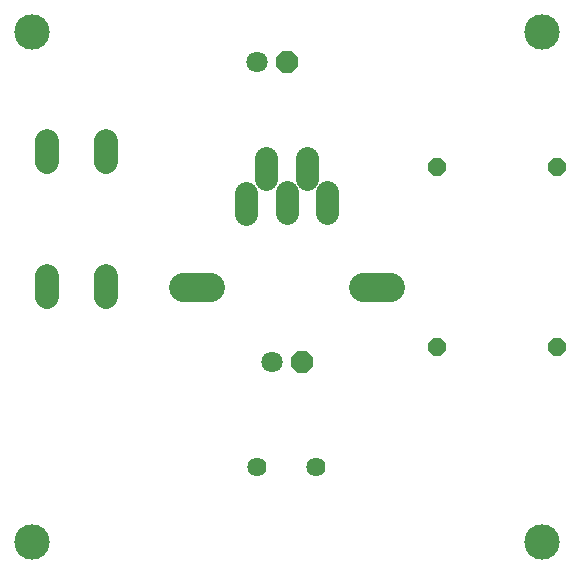
<source format=gts>
G75*
%MOIN*%
%OFA0B0*%
%FSLAX25Y25*%
%IPPOS*%
%LPD*%
%AMOC8*
5,1,8,0,0,1.08239X$1,22.5*
%
%ADD10OC8,0.07100*%
%ADD11C,0.07100*%
%ADD12C,0.09650*%
%ADD13C,0.07800*%
%ADD14C,0.06400*%
%ADD15OC8,0.06000*%
%ADD16C,0.07850*%
%ADD17C,0.11824*%
D10*
X0106000Y0076000D03*
X0101000Y0176000D03*
D11*
X0091000Y0176000D03*
X0096000Y0076000D03*
D12*
X0075425Y0101000D02*
X0066575Y0101000D01*
X0126575Y0101000D02*
X0135425Y0101000D01*
D13*
X0114400Y0125400D02*
X0114400Y0132400D01*
X0107700Y0136900D02*
X0107700Y0143900D01*
X0101200Y0132400D02*
X0101200Y0125400D01*
X0094300Y0136800D02*
X0094300Y0143800D01*
X0087600Y0132300D02*
X0087600Y0125300D01*
D14*
X0091157Y0041000D03*
X0110843Y0041000D03*
D15*
X0151000Y0081000D03*
X0191000Y0081000D03*
X0191000Y0141000D03*
X0151000Y0141000D03*
D16*
X0040843Y0142475D02*
X0040843Y0149525D01*
X0021157Y0149525D02*
X0021157Y0142475D01*
X0021157Y0104525D02*
X0021157Y0097475D01*
X0040843Y0097475D02*
X0040843Y0104525D01*
D17*
X0016000Y0016000D03*
X0016000Y0186000D03*
X0186000Y0186000D03*
X0186000Y0016000D03*
M02*

</source>
